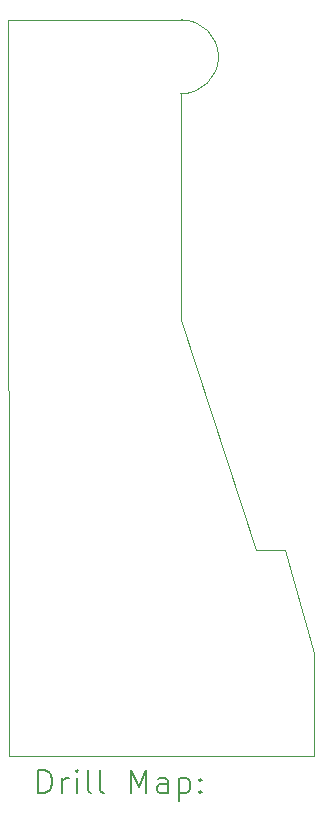
<source format=gbr>
%TF.GenerationSoftware,KiCad,Pcbnew,8.0.6*%
%TF.CreationDate,2025-02-12T13:49:40-05:00*%
%TF.ProjectId,PwrBypass,50777242-7970-4617-9373-2e6b69636164,rev?*%
%TF.SameCoordinates,Original*%
%TF.FileFunction,Drillmap*%
%TF.FilePolarity,Positive*%
%FSLAX45Y45*%
G04 Gerber Fmt 4.5, Leading zero omitted, Abs format (unit mm)*
G04 Created by KiCad (PCBNEW 8.0.6) date 2025-02-12 13:49:40*
%MOMM*%
%LPD*%
G01*
G04 APERTURE LIST*
%ADD10C,0.100000*%
%ADD11C,0.200000*%
G04 APERTURE END LIST*
D10*
X11617441Y-4659919D02*
X11617500Y-6572500D01*
X11625000Y-4034990D02*
G75*
G02*
X11937500Y-4350000I0J-312510D01*
G01*
X12255000Y-8522500D02*
X12500000Y-8522500D01*
X10160000Y-10267500D02*
X10157500Y-4040000D01*
X10157500Y-4040000D02*
X11625000Y-4034990D01*
X12743750Y-9395000D02*
X12742500Y-10267500D01*
X11617500Y-6572500D02*
X12255000Y-8522500D01*
X12500000Y-8522500D02*
X12743750Y-9395000D01*
X11937500Y-4350000D02*
G75*
G02*
X11617441Y-4659919I-312500J2500D01*
G01*
X12742500Y-10267500D02*
X10160000Y-10267500D01*
D11*
X10413277Y-10583984D02*
X10413277Y-10383984D01*
X10413277Y-10383984D02*
X10460896Y-10383984D01*
X10460896Y-10383984D02*
X10489467Y-10393508D01*
X10489467Y-10393508D02*
X10508515Y-10412555D01*
X10508515Y-10412555D02*
X10518039Y-10431603D01*
X10518039Y-10431603D02*
X10527563Y-10469698D01*
X10527563Y-10469698D02*
X10527563Y-10498270D01*
X10527563Y-10498270D02*
X10518039Y-10536365D01*
X10518039Y-10536365D02*
X10508515Y-10555412D01*
X10508515Y-10555412D02*
X10489467Y-10574460D01*
X10489467Y-10574460D02*
X10460896Y-10583984D01*
X10460896Y-10583984D02*
X10413277Y-10583984D01*
X10613277Y-10583984D02*
X10613277Y-10450650D01*
X10613277Y-10488746D02*
X10622801Y-10469698D01*
X10622801Y-10469698D02*
X10632324Y-10460174D01*
X10632324Y-10460174D02*
X10651372Y-10450650D01*
X10651372Y-10450650D02*
X10670420Y-10450650D01*
X10737086Y-10583984D02*
X10737086Y-10450650D01*
X10737086Y-10383984D02*
X10727563Y-10393508D01*
X10727563Y-10393508D02*
X10737086Y-10403031D01*
X10737086Y-10403031D02*
X10746610Y-10393508D01*
X10746610Y-10393508D02*
X10737086Y-10383984D01*
X10737086Y-10383984D02*
X10737086Y-10403031D01*
X10860896Y-10583984D02*
X10841848Y-10574460D01*
X10841848Y-10574460D02*
X10832324Y-10555412D01*
X10832324Y-10555412D02*
X10832324Y-10383984D01*
X10965658Y-10583984D02*
X10946610Y-10574460D01*
X10946610Y-10574460D02*
X10937086Y-10555412D01*
X10937086Y-10555412D02*
X10937086Y-10383984D01*
X11194229Y-10583984D02*
X11194229Y-10383984D01*
X11194229Y-10383984D02*
X11260896Y-10526841D01*
X11260896Y-10526841D02*
X11327562Y-10383984D01*
X11327562Y-10383984D02*
X11327562Y-10583984D01*
X11508515Y-10583984D02*
X11508515Y-10479222D01*
X11508515Y-10479222D02*
X11498991Y-10460174D01*
X11498991Y-10460174D02*
X11479943Y-10450650D01*
X11479943Y-10450650D02*
X11441848Y-10450650D01*
X11441848Y-10450650D02*
X11422801Y-10460174D01*
X11508515Y-10574460D02*
X11489467Y-10583984D01*
X11489467Y-10583984D02*
X11441848Y-10583984D01*
X11441848Y-10583984D02*
X11422801Y-10574460D01*
X11422801Y-10574460D02*
X11413277Y-10555412D01*
X11413277Y-10555412D02*
X11413277Y-10536365D01*
X11413277Y-10536365D02*
X11422801Y-10517317D01*
X11422801Y-10517317D02*
X11441848Y-10507793D01*
X11441848Y-10507793D02*
X11489467Y-10507793D01*
X11489467Y-10507793D02*
X11508515Y-10498270D01*
X11603753Y-10450650D02*
X11603753Y-10650650D01*
X11603753Y-10460174D02*
X11622801Y-10450650D01*
X11622801Y-10450650D02*
X11660896Y-10450650D01*
X11660896Y-10450650D02*
X11679943Y-10460174D01*
X11679943Y-10460174D02*
X11689467Y-10469698D01*
X11689467Y-10469698D02*
X11698991Y-10488746D01*
X11698991Y-10488746D02*
X11698991Y-10545889D01*
X11698991Y-10545889D02*
X11689467Y-10564936D01*
X11689467Y-10564936D02*
X11679943Y-10574460D01*
X11679943Y-10574460D02*
X11660896Y-10583984D01*
X11660896Y-10583984D02*
X11622801Y-10583984D01*
X11622801Y-10583984D02*
X11603753Y-10574460D01*
X11784705Y-10564936D02*
X11794229Y-10574460D01*
X11794229Y-10574460D02*
X11784705Y-10583984D01*
X11784705Y-10583984D02*
X11775182Y-10574460D01*
X11775182Y-10574460D02*
X11784705Y-10564936D01*
X11784705Y-10564936D02*
X11784705Y-10583984D01*
X11784705Y-10460174D02*
X11794229Y-10469698D01*
X11794229Y-10469698D02*
X11784705Y-10479222D01*
X11784705Y-10479222D02*
X11775182Y-10469698D01*
X11775182Y-10469698D02*
X11784705Y-10460174D01*
X11784705Y-10460174D02*
X11784705Y-10479222D01*
M02*

</source>
